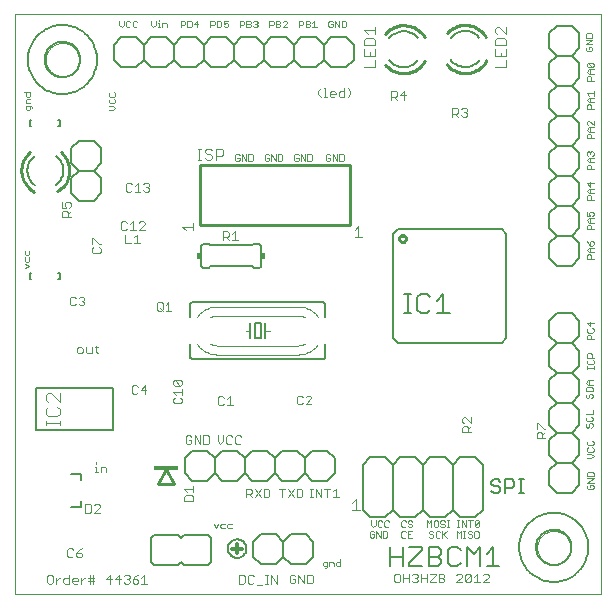
<source format=gto>
G75*
G70*
%OFA0B0*%
%FSLAX24Y24*%
%IPPOS*%
%LPD*%
%AMOC8*
5,1,8,0,0,1.08239X$1,22.5*
%
%ADD10C,0.0000*%
%ADD11C,0.0030*%
%ADD12C,0.0020*%
%ADD13C,0.0060*%
%ADD14R,0.0150X0.0200*%
%ADD15C,0.0100*%
%ADD16R,0.0827X0.0118*%
%ADD17C,0.0040*%
%ADD18C,0.0080*%
%ADD19C,0.0050*%
%ADD20C,0.0120*%
D10*
X000101Y000110D02*
X000101Y019462D01*
X019650Y019462D01*
X019650Y000110D01*
X000101Y000110D01*
X017519Y001681D02*
X017521Y001728D01*
X017527Y001774D01*
X017537Y001820D01*
X017550Y001865D01*
X017568Y001908D01*
X017589Y001950D01*
X017613Y001990D01*
X017641Y002027D01*
X017672Y002062D01*
X017706Y002095D01*
X017742Y002124D01*
X017781Y002150D01*
X017822Y002173D01*
X017865Y002192D01*
X017909Y002208D01*
X017954Y002220D01*
X018000Y002228D01*
X018047Y002232D01*
X018093Y002232D01*
X018140Y002228D01*
X018186Y002220D01*
X018231Y002208D01*
X018275Y002192D01*
X018318Y002173D01*
X018359Y002150D01*
X018398Y002124D01*
X018434Y002095D01*
X018468Y002062D01*
X018499Y002027D01*
X018527Y001990D01*
X018551Y001950D01*
X018572Y001908D01*
X018590Y001865D01*
X018603Y001820D01*
X018613Y001774D01*
X018619Y001728D01*
X018621Y001681D01*
X018619Y001634D01*
X018613Y001588D01*
X018603Y001542D01*
X018590Y001497D01*
X018572Y001454D01*
X018551Y001412D01*
X018527Y001372D01*
X018499Y001335D01*
X018468Y001300D01*
X018434Y001267D01*
X018398Y001238D01*
X018359Y001212D01*
X018318Y001189D01*
X018275Y001170D01*
X018231Y001154D01*
X018186Y001142D01*
X018140Y001134D01*
X018093Y001130D01*
X018047Y001130D01*
X018000Y001134D01*
X017954Y001142D01*
X017909Y001154D01*
X017865Y001170D01*
X017822Y001189D01*
X017781Y001212D01*
X017742Y001238D01*
X017706Y001267D01*
X017672Y001300D01*
X017641Y001335D01*
X017613Y001372D01*
X017589Y001412D01*
X017568Y001454D01*
X017550Y001497D01*
X017537Y001542D01*
X017527Y001588D01*
X017521Y001634D01*
X017519Y001681D01*
X001141Y017941D02*
X001143Y017988D01*
X001149Y018034D01*
X001159Y018080D01*
X001172Y018125D01*
X001190Y018168D01*
X001211Y018210D01*
X001235Y018250D01*
X001263Y018287D01*
X001294Y018322D01*
X001328Y018355D01*
X001364Y018384D01*
X001403Y018410D01*
X001444Y018433D01*
X001487Y018452D01*
X001531Y018468D01*
X001576Y018480D01*
X001622Y018488D01*
X001669Y018492D01*
X001715Y018492D01*
X001762Y018488D01*
X001808Y018480D01*
X001853Y018468D01*
X001897Y018452D01*
X001940Y018433D01*
X001981Y018410D01*
X002020Y018384D01*
X002056Y018355D01*
X002090Y018322D01*
X002121Y018287D01*
X002149Y018250D01*
X002173Y018210D01*
X002194Y018168D01*
X002212Y018125D01*
X002225Y018080D01*
X002235Y018034D01*
X002241Y017988D01*
X002243Y017941D01*
X002241Y017894D01*
X002235Y017848D01*
X002225Y017802D01*
X002212Y017757D01*
X002194Y017714D01*
X002173Y017672D01*
X002149Y017632D01*
X002121Y017595D01*
X002090Y017560D01*
X002056Y017527D01*
X002020Y017498D01*
X001981Y017472D01*
X001940Y017449D01*
X001897Y017430D01*
X001853Y017414D01*
X001808Y017402D01*
X001762Y017394D01*
X001715Y017390D01*
X001669Y017390D01*
X001622Y017394D01*
X001576Y017402D01*
X001531Y017414D01*
X001487Y017430D01*
X001444Y017449D01*
X001403Y017472D01*
X001364Y017498D01*
X001328Y017527D01*
X001294Y017560D01*
X001263Y017595D01*
X001235Y017632D01*
X001211Y017672D01*
X001190Y017714D01*
X001172Y017757D01*
X001159Y017802D01*
X001149Y017848D01*
X001143Y017894D01*
X001141Y017941D01*
D11*
X003854Y013825D02*
X003805Y013777D01*
X003805Y013583D01*
X003854Y013535D01*
X003951Y013535D01*
X003999Y013583D01*
X004100Y013535D02*
X004294Y013535D01*
X004197Y013535D02*
X004197Y013825D01*
X004100Y013728D01*
X003999Y013777D02*
X003951Y013825D01*
X003854Y013825D01*
X004395Y013777D02*
X004443Y013825D01*
X004540Y013825D01*
X004588Y013777D01*
X004588Y013728D01*
X004540Y013680D01*
X004588Y013632D01*
X004588Y013583D01*
X004540Y013535D01*
X004443Y013535D01*
X004395Y013583D01*
X004491Y013680D02*
X004540Y013680D01*
X004380Y012544D02*
X004284Y012544D01*
X004235Y012496D01*
X004380Y012544D02*
X004429Y012496D01*
X004429Y012448D01*
X004235Y012254D01*
X004429Y012254D01*
X004183Y012107D02*
X004183Y011816D01*
X004086Y011816D02*
X004280Y011816D01*
X004086Y012010D02*
X004183Y012107D01*
X004134Y012254D02*
X003941Y012254D01*
X004037Y012254D02*
X004037Y012544D01*
X003941Y012448D01*
X003839Y012496D02*
X003791Y012544D01*
X003694Y012544D01*
X003646Y012496D01*
X003646Y012303D01*
X003694Y012254D01*
X003791Y012254D01*
X003839Y012303D01*
X003792Y012107D02*
X003792Y011816D01*
X003985Y011816D01*
X002969Y011784D02*
X002921Y011784D01*
X002728Y011977D01*
X002679Y011977D01*
X002679Y011784D01*
X002728Y011682D02*
X002679Y011634D01*
X002679Y011537D01*
X002728Y011489D01*
X002921Y011489D01*
X002969Y011537D01*
X002969Y011634D01*
X002921Y011682D01*
X001963Y012707D02*
X001673Y012707D01*
X001673Y012852D01*
X001721Y012900D01*
X001818Y012900D01*
X001866Y012852D01*
X001866Y012707D01*
X001866Y012803D02*
X001963Y012900D01*
X001915Y013001D02*
X001963Y013050D01*
X001963Y013146D01*
X001915Y013195D01*
X001818Y013195D01*
X001770Y013146D01*
X001770Y013098D01*
X001818Y013001D01*
X001673Y013001D01*
X001673Y013195D01*
X001986Y010033D02*
X001938Y009985D01*
X001938Y009792D01*
X001986Y009743D01*
X002083Y009743D01*
X002132Y009792D01*
X002233Y009792D02*
X002281Y009743D01*
X002378Y009743D01*
X002426Y009792D01*
X002426Y009840D01*
X002378Y009888D01*
X002330Y009888D01*
X002378Y009888D02*
X002426Y009937D01*
X002426Y009985D01*
X002378Y010033D01*
X002281Y010033D01*
X002233Y009985D01*
X002132Y009985D02*
X002083Y010033D01*
X001986Y010033D01*
X002228Y008346D02*
X002179Y008298D01*
X002179Y008201D01*
X002228Y008153D01*
X002325Y008153D01*
X002373Y008201D01*
X002373Y008298D01*
X002325Y008346D01*
X002228Y008346D01*
X002474Y008346D02*
X002474Y008201D01*
X002522Y008153D01*
X002668Y008153D01*
X002668Y008346D01*
X002769Y008346D02*
X002865Y008346D01*
X002817Y008395D02*
X002817Y008201D01*
X002865Y008153D01*
X004005Y007037D02*
X004005Y006843D01*
X004054Y006795D01*
X004151Y006795D01*
X004199Y006843D01*
X004300Y006940D02*
X004494Y006940D01*
X004445Y006795D02*
X004445Y007085D01*
X004300Y006940D01*
X004199Y007037D02*
X004151Y007085D01*
X004054Y007085D01*
X004005Y007037D01*
X005385Y007118D02*
X005385Y007215D01*
X005434Y007263D01*
X005627Y007070D01*
X005675Y007118D01*
X005675Y007215D01*
X005627Y007263D01*
X005434Y007263D01*
X005385Y007118D02*
X005434Y007070D01*
X005627Y007070D01*
X005675Y006969D02*
X005675Y006775D01*
X005675Y006872D02*
X005385Y006872D01*
X005482Y006775D01*
X005434Y006674D02*
X005385Y006626D01*
X005385Y006529D01*
X005434Y006481D01*
X005627Y006481D01*
X005675Y006529D01*
X005675Y006626D01*
X005627Y006674D01*
X006879Y006667D02*
X006879Y006473D01*
X006927Y006425D01*
X007024Y006425D01*
X007073Y006473D01*
X007174Y006425D02*
X007367Y006425D01*
X007270Y006425D02*
X007270Y006715D01*
X007174Y006619D01*
X007073Y006667D02*
X007024Y006715D01*
X006927Y006715D01*
X006879Y006667D01*
X006864Y005412D02*
X006864Y005218D01*
X006961Y005121D01*
X007058Y005218D01*
X007058Y005412D01*
X007159Y005363D02*
X007159Y005170D01*
X007207Y005121D01*
X007304Y005121D01*
X007353Y005170D01*
X007454Y005170D02*
X007454Y005363D01*
X007502Y005412D01*
X007599Y005412D01*
X007647Y005363D01*
X007647Y005170D02*
X007599Y005121D01*
X007502Y005121D01*
X007454Y005170D01*
X007353Y005363D02*
X007304Y005412D01*
X007207Y005412D01*
X007159Y005363D01*
X006584Y005363D02*
X006584Y005170D01*
X006536Y005121D01*
X006391Y005121D01*
X006391Y005412D01*
X006536Y005412D01*
X006584Y005363D01*
X006290Y005412D02*
X006290Y005121D01*
X006096Y005412D01*
X006096Y005121D01*
X005995Y005170D02*
X005995Y005267D01*
X005898Y005267D01*
X005801Y005363D02*
X005801Y005170D01*
X005850Y005121D01*
X005947Y005121D01*
X005995Y005170D01*
X005995Y005363D02*
X005947Y005412D01*
X005850Y005412D01*
X005801Y005363D01*
X006051Y003717D02*
X006051Y003524D01*
X006051Y003620D02*
X005761Y003620D01*
X005858Y003524D01*
X005809Y003422D02*
X005761Y003374D01*
X005761Y003229D01*
X006051Y003229D01*
X006051Y003374D01*
X006003Y003422D01*
X005809Y003422D01*
X007809Y003447D02*
X007954Y003447D01*
X008003Y003495D01*
X008003Y003592D01*
X007954Y003640D01*
X007809Y003640D01*
X007809Y003350D01*
X007906Y003447D02*
X008003Y003350D01*
X008104Y003350D02*
X008297Y003640D01*
X008399Y003640D02*
X008399Y003350D01*
X008544Y003350D01*
X008592Y003398D01*
X008592Y003592D01*
X008544Y003640D01*
X008399Y003640D01*
X008104Y003640D02*
X008297Y003350D01*
X008912Y003640D02*
X009105Y003640D01*
X009008Y003640D02*
X009008Y003350D01*
X009206Y003350D02*
X009400Y003640D01*
X009501Y003640D02*
X009646Y003640D01*
X009694Y003592D01*
X009694Y003398D01*
X009646Y003350D01*
X009501Y003350D01*
X009501Y003640D01*
X009206Y003640D02*
X009400Y003350D01*
X009935Y003350D02*
X010032Y003350D01*
X009984Y003350D02*
X009984Y003640D01*
X010032Y003640D02*
X009935Y003640D01*
X010132Y003640D02*
X010132Y003350D01*
X010325Y003350D02*
X010132Y003640D01*
X010325Y003640D02*
X010325Y003350D01*
X010523Y003350D02*
X010523Y003640D01*
X010426Y003640D02*
X010620Y003640D01*
X010721Y003543D02*
X010818Y003640D01*
X010818Y003350D01*
X010914Y003350D02*
X010721Y003350D01*
X011353Y003164D02*
X011476Y003287D01*
X011476Y002917D01*
X011353Y002917D02*
X011599Y002917D01*
X012806Y000800D02*
X012757Y000752D01*
X012757Y000558D01*
X012806Y000510D01*
X012902Y000510D01*
X012951Y000558D01*
X012951Y000752D01*
X012902Y000800D01*
X012806Y000800D01*
X013052Y000800D02*
X013052Y000510D01*
X013052Y000655D02*
X013245Y000655D01*
X013346Y000558D02*
X013395Y000510D01*
X013492Y000510D01*
X013540Y000558D01*
X013540Y000607D01*
X013492Y000655D01*
X013443Y000655D01*
X013492Y000655D02*
X013540Y000704D01*
X013540Y000752D01*
X013492Y000800D01*
X013395Y000800D01*
X013346Y000752D01*
X013245Y000800D02*
X013245Y000510D01*
X013641Y000510D02*
X013641Y000800D01*
X013641Y000655D02*
X013835Y000655D01*
X013936Y000558D02*
X013936Y000510D01*
X014129Y000510D01*
X014230Y000510D02*
X014376Y000510D01*
X014424Y000558D01*
X014424Y000607D01*
X014376Y000655D01*
X014230Y000655D01*
X014129Y000752D02*
X013936Y000558D01*
X013835Y000510D02*
X013835Y000800D01*
X013936Y000800D02*
X014129Y000800D01*
X014129Y000752D01*
X014230Y000800D02*
X014230Y000510D01*
X014376Y000655D02*
X014424Y000704D01*
X014424Y000752D01*
X014376Y000800D01*
X014230Y000800D01*
X014820Y000752D02*
X014868Y000800D01*
X014965Y000800D01*
X015013Y000752D01*
X015013Y000704D01*
X014820Y000510D01*
X015013Y000510D01*
X015114Y000558D02*
X015308Y000752D01*
X015308Y000558D01*
X015259Y000510D01*
X015163Y000510D01*
X015114Y000558D01*
X015114Y000752D01*
X015163Y000800D01*
X015259Y000800D01*
X015308Y000752D01*
X015409Y000704D02*
X015506Y000800D01*
X015506Y000510D01*
X015602Y000510D02*
X015409Y000510D01*
X015704Y000510D02*
X015897Y000704D01*
X015897Y000752D01*
X015849Y000800D01*
X015752Y000800D01*
X015704Y000752D01*
X015704Y000510D02*
X015897Y000510D01*
X017501Y005330D02*
X017501Y005475D01*
X017549Y005524D01*
X017646Y005524D01*
X017694Y005475D01*
X017694Y005330D01*
X017694Y005427D02*
X017791Y005524D01*
X017791Y005625D02*
X017743Y005625D01*
X017549Y005818D01*
X017501Y005818D01*
X017501Y005625D01*
X017501Y005330D02*
X017791Y005330D01*
X015311Y005527D02*
X015021Y005527D01*
X015021Y005672D01*
X015069Y005720D01*
X015166Y005720D01*
X015214Y005672D01*
X015214Y005527D01*
X015214Y005624D02*
X015311Y005720D01*
X015311Y005822D02*
X015117Y006015D01*
X015069Y006015D01*
X015021Y005967D01*
X015021Y005870D01*
X015069Y005822D01*
X015311Y005822D02*
X015311Y006015D01*
X009994Y006451D02*
X009800Y006451D01*
X009994Y006644D01*
X009994Y006692D01*
X009945Y006741D01*
X009848Y006741D01*
X009800Y006692D01*
X009699Y006692D02*
X009651Y006741D01*
X009554Y006741D01*
X009505Y006692D01*
X009505Y006499D01*
X009554Y006451D01*
X009651Y006451D01*
X009699Y006499D01*
X005325Y009570D02*
X005131Y009570D01*
X005228Y009570D02*
X005228Y009860D01*
X005131Y009763D01*
X005030Y009811D02*
X005030Y009618D01*
X004982Y009570D01*
X004885Y009570D01*
X004837Y009618D01*
X004837Y009811D01*
X004885Y009860D01*
X004982Y009860D01*
X005030Y009811D01*
X004933Y009666D02*
X005030Y009570D01*
X007044Y011923D02*
X007044Y012213D01*
X007189Y012213D01*
X007237Y012165D01*
X007237Y012068D01*
X007189Y012020D01*
X007044Y012020D01*
X007140Y012020D02*
X007237Y011923D01*
X007338Y011923D02*
X007532Y011923D01*
X007435Y011923D02*
X007435Y012213D01*
X007338Y012117D01*
X006047Y012247D02*
X006047Y012494D01*
X006047Y012371D02*
X005677Y012371D01*
X005800Y012247D01*
X006197Y014603D02*
X006321Y014603D01*
X006259Y014603D02*
X006259Y014974D01*
X006197Y014974D02*
X006321Y014974D01*
X006443Y014912D02*
X006443Y014850D01*
X006504Y014789D01*
X006628Y014789D01*
X006690Y014727D01*
X006690Y014665D01*
X006628Y014603D01*
X006504Y014603D01*
X006443Y014665D01*
X006443Y014912D02*
X006504Y014974D01*
X006628Y014974D01*
X006690Y014912D01*
X006811Y014974D02*
X006996Y014974D01*
X007058Y014912D01*
X007058Y014789D01*
X006996Y014727D01*
X006811Y014727D01*
X006811Y014603D02*
X006811Y014974D01*
X010213Y016788D02*
X010213Y016885D01*
X010310Y016981D01*
X010410Y016981D02*
X010458Y016981D01*
X010458Y016691D01*
X010410Y016691D02*
X010507Y016691D01*
X010606Y016740D02*
X010606Y016836D01*
X010655Y016885D01*
X010751Y016885D01*
X010800Y016836D01*
X010800Y016788D01*
X010606Y016788D01*
X010606Y016740D02*
X010655Y016691D01*
X010751Y016691D01*
X010901Y016740D02*
X010901Y016836D01*
X010949Y016885D01*
X011094Y016885D01*
X011094Y016981D02*
X011094Y016691D01*
X010949Y016691D01*
X010901Y016740D01*
X011196Y016691D02*
X011292Y016788D01*
X011292Y016885D01*
X011196Y016981D01*
X010310Y016691D02*
X010213Y016788D01*
X012651Y016700D02*
X012796Y016700D01*
X012844Y016749D01*
X012844Y016845D01*
X012796Y016894D01*
X012651Y016894D01*
X012651Y016603D01*
X012747Y016700D02*
X012844Y016603D01*
X012945Y016749D02*
X013139Y016749D01*
X013091Y016894D02*
X013091Y016603D01*
X012945Y016749D02*
X013091Y016894D01*
X014692Y016330D02*
X014692Y016039D01*
X014692Y016136D02*
X014837Y016136D01*
X014885Y016184D01*
X014885Y016281D01*
X014837Y016330D01*
X014692Y016330D01*
X014789Y016136D02*
X014885Y016039D01*
X014986Y016088D02*
X015035Y016039D01*
X015132Y016039D01*
X015180Y016088D01*
X015180Y016136D01*
X015132Y016184D01*
X015083Y016184D01*
X015132Y016184D02*
X015180Y016233D01*
X015180Y016281D01*
X015132Y016330D01*
X015035Y016330D01*
X014986Y016281D01*
X011555Y012382D02*
X011555Y012011D01*
X011678Y012011D02*
X011431Y012011D01*
X011431Y012258D02*
X011555Y012382D01*
X003160Y004322D02*
X003160Y004177D01*
X003160Y004322D02*
X003111Y004370D01*
X002966Y004370D01*
X002966Y004177D01*
X002867Y004177D02*
X002770Y004177D01*
X002818Y004177D02*
X002818Y004370D01*
X002770Y004370D01*
X002818Y004467D02*
X002818Y004515D01*
X002796Y003130D02*
X002748Y003082D01*
X002796Y003130D02*
X002893Y003130D01*
X002941Y003082D01*
X002941Y003033D01*
X002748Y002840D01*
X002941Y002840D01*
X002646Y002888D02*
X002646Y003082D01*
X002598Y003130D01*
X002453Y003130D01*
X002453Y002840D01*
X002598Y002840D01*
X002646Y002888D01*
X002350Y001643D02*
X002253Y001595D01*
X002156Y001498D01*
X002301Y001498D01*
X002350Y001450D01*
X002350Y001401D01*
X002301Y001353D01*
X002205Y001353D01*
X002156Y001401D01*
X002156Y001498D01*
X002055Y001401D02*
X002007Y001353D01*
X001910Y001353D01*
X001862Y001401D01*
X001862Y001595D01*
X001910Y001643D01*
X002007Y001643D01*
X002055Y001595D01*
X001916Y000761D02*
X001916Y000471D01*
X001771Y000471D01*
X001723Y000519D01*
X001723Y000616D01*
X001771Y000664D01*
X001916Y000664D01*
X002018Y000616D02*
X002018Y000519D01*
X002066Y000471D01*
X002163Y000471D01*
X002211Y000567D02*
X002018Y000567D01*
X002018Y000616D02*
X002066Y000664D01*
X002163Y000664D01*
X002211Y000616D01*
X002211Y000567D01*
X002312Y000567D02*
X002409Y000664D01*
X002457Y000664D01*
X002558Y000664D02*
X002703Y000664D01*
X002751Y000664D01*
X002751Y000567D02*
X002558Y000567D01*
X002606Y000471D02*
X002606Y000761D01*
X002703Y000761D02*
X002703Y000471D01*
X002312Y000471D02*
X002312Y000664D01*
X001623Y000664D02*
X001574Y000664D01*
X001477Y000567D01*
X001477Y000471D02*
X001477Y000664D01*
X001376Y000713D02*
X001376Y000519D01*
X001328Y000471D01*
X001231Y000471D01*
X001183Y000519D01*
X001183Y000713D01*
X001231Y000761D01*
X001328Y000761D01*
X001376Y000713D01*
X003147Y000616D02*
X003340Y000616D01*
X003442Y000616D02*
X003635Y000616D01*
X003736Y000713D02*
X003785Y000761D01*
X003881Y000761D01*
X003930Y000713D01*
X003930Y000664D01*
X003881Y000616D01*
X003930Y000567D01*
X003930Y000519D01*
X003881Y000471D01*
X003785Y000471D01*
X003736Y000519D01*
X003833Y000616D02*
X003881Y000616D01*
X004031Y000616D02*
X004031Y000519D01*
X004079Y000471D01*
X004176Y000471D01*
X004224Y000519D01*
X004224Y000567D01*
X004176Y000616D01*
X004031Y000616D01*
X004128Y000713D01*
X004224Y000761D01*
X004326Y000664D02*
X004422Y000761D01*
X004422Y000471D01*
X004326Y000471D02*
X004519Y000471D01*
X003587Y000471D02*
X003587Y000761D01*
X003442Y000616D01*
X003292Y000471D02*
X003292Y000761D01*
X003147Y000616D01*
X007576Y000471D02*
X007721Y000471D01*
X007769Y000519D01*
X007769Y000713D01*
X007721Y000761D01*
X007576Y000761D01*
X007576Y000471D01*
X007871Y000519D02*
X007871Y000713D01*
X007919Y000761D01*
X008016Y000761D01*
X008064Y000713D01*
X008064Y000519D02*
X008016Y000471D01*
X007919Y000471D01*
X007871Y000519D01*
X008165Y000422D02*
X008359Y000422D01*
X008460Y000471D02*
X008557Y000471D01*
X008508Y000471D02*
X008508Y000761D01*
X008460Y000761D02*
X008557Y000761D01*
X008656Y000761D02*
X008850Y000471D01*
X008850Y000761D01*
X008656Y000761D02*
X008656Y000471D01*
X009266Y000524D02*
X009314Y000476D01*
X009411Y000476D01*
X009459Y000524D01*
X009459Y000621D01*
X009363Y000621D01*
X009459Y000718D02*
X009411Y000766D01*
X009314Y000766D01*
X009266Y000718D01*
X009266Y000524D01*
X009561Y000476D02*
X009561Y000766D01*
X009754Y000476D01*
X009754Y000766D01*
X009855Y000766D02*
X010000Y000766D01*
X010049Y000718D01*
X010049Y000524D01*
X010000Y000476D01*
X009855Y000476D01*
X009855Y000766D01*
D12*
X010363Y001098D02*
X010400Y001061D01*
X010510Y001061D01*
X010510Y001025D02*
X010510Y001208D01*
X010400Y001208D01*
X010363Y001171D01*
X010363Y001098D01*
X010437Y000988D02*
X010473Y000988D01*
X010510Y001025D01*
X010584Y001061D02*
X010584Y001208D01*
X010694Y001208D01*
X010731Y001171D01*
X010731Y001061D01*
X010805Y001098D02*
X010805Y001171D01*
X010842Y001208D01*
X010952Y001208D01*
X010952Y001281D02*
X010952Y001061D01*
X010842Y001061D01*
X010805Y001098D01*
X011938Y002043D02*
X011938Y002190D01*
X011975Y002226D01*
X012048Y002226D01*
X012085Y002190D01*
X012085Y002116D02*
X012012Y002116D01*
X012085Y002116D02*
X012085Y002043D01*
X012048Y002006D01*
X011975Y002006D01*
X011938Y002043D01*
X012159Y002006D02*
X012159Y002226D01*
X012306Y002006D01*
X012306Y002226D01*
X012380Y002226D02*
X012380Y002006D01*
X012490Y002006D01*
X012527Y002043D01*
X012527Y002190D01*
X012490Y002226D01*
X012380Y002226D01*
X012315Y002357D02*
X012352Y002393D01*
X012315Y002357D02*
X012242Y002357D01*
X012205Y002393D01*
X012205Y002540D01*
X012242Y002577D01*
X012315Y002577D01*
X012352Y002540D01*
X012426Y002540D02*
X012426Y002393D01*
X012463Y002357D01*
X012536Y002357D01*
X012573Y002393D01*
X012573Y002540D02*
X012536Y002577D01*
X012463Y002577D01*
X012426Y002540D01*
X012131Y002577D02*
X012131Y002430D01*
X012057Y002357D01*
X011984Y002430D01*
X011984Y002577D01*
X012992Y002540D02*
X012992Y002393D01*
X013029Y002357D01*
X013102Y002357D01*
X013139Y002393D01*
X013213Y002393D02*
X013250Y002357D01*
X013323Y002357D01*
X013360Y002393D01*
X013360Y002430D01*
X013323Y002467D01*
X013250Y002467D01*
X013213Y002504D01*
X013213Y002540D01*
X013250Y002577D01*
X013323Y002577D01*
X013360Y002540D01*
X013139Y002540D02*
X013102Y002577D01*
X013029Y002577D01*
X012992Y002540D01*
X013029Y002223D02*
X012992Y002186D01*
X012992Y002039D01*
X013029Y002002D01*
X013102Y002002D01*
X013139Y002039D01*
X013213Y002002D02*
X013360Y002002D01*
X013287Y002113D02*
X013213Y002113D01*
X013139Y002186D02*
X013102Y002223D01*
X013029Y002223D01*
X013213Y002223D02*
X013213Y002002D01*
X013213Y002223D02*
X013360Y002223D01*
X013844Y002357D02*
X013844Y002577D01*
X013918Y002504D01*
X013991Y002577D01*
X013991Y002357D01*
X014065Y002393D02*
X014102Y002357D01*
X014176Y002357D01*
X014212Y002393D01*
X014212Y002540D01*
X014176Y002577D01*
X014102Y002577D01*
X014065Y002540D01*
X014065Y002393D01*
X014023Y002223D02*
X013950Y002223D01*
X013913Y002186D01*
X013913Y002149D01*
X013950Y002113D01*
X014023Y002113D01*
X014060Y002076D01*
X014060Y002039D01*
X014023Y002002D01*
X013950Y002002D01*
X013913Y002039D01*
X014060Y002186D02*
X014023Y002223D01*
X014134Y002186D02*
X014134Y002039D01*
X014171Y002002D01*
X014244Y002002D01*
X014281Y002039D01*
X014355Y002002D02*
X014355Y002223D01*
X014281Y002186D02*
X014244Y002223D01*
X014171Y002223D01*
X014134Y002186D01*
X014355Y002076D02*
X014502Y002223D01*
X014507Y002357D02*
X014581Y002357D01*
X014544Y002357D02*
X014544Y002577D01*
X014507Y002577D02*
X014581Y002577D01*
X014433Y002540D02*
X014396Y002577D01*
X014323Y002577D01*
X014286Y002540D01*
X014286Y002504D01*
X014323Y002467D01*
X014396Y002467D01*
X014433Y002430D01*
X014433Y002393D01*
X014396Y002357D01*
X014323Y002357D01*
X014286Y002393D01*
X014392Y002113D02*
X014502Y002002D01*
X014829Y002002D02*
X014829Y002223D01*
X014902Y002149D01*
X014975Y002223D01*
X014975Y002002D01*
X015050Y002002D02*
X015123Y002002D01*
X015086Y002002D02*
X015086Y002223D01*
X015050Y002223D02*
X015123Y002223D01*
X015197Y002186D02*
X015197Y002149D01*
X015234Y002113D01*
X015307Y002113D01*
X015344Y002076D01*
X015344Y002039D01*
X015307Y002002D01*
X015234Y002002D01*
X015197Y002039D01*
X015197Y002186D02*
X015234Y002223D01*
X015307Y002223D01*
X015344Y002186D01*
X015418Y002186D02*
X015418Y002039D01*
X015455Y002002D01*
X015528Y002002D01*
X015565Y002039D01*
X015565Y002186D01*
X015528Y002223D01*
X015455Y002223D01*
X015418Y002186D01*
X015478Y002361D02*
X015441Y002397D01*
X015588Y002544D01*
X015588Y002397D01*
X015551Y002361D01*
X015478Y002361D01*
X015441Y002397D02*
X015441Y002544D01*
X015478Y002581D01*
X015551Y002581D01*
X015588Y002544D01*
X015367Y002581D02*
X015220Y002581D01*
X015293Y002581D02*
X015293Y002361D01*
X015146Y002361D02*
X015146Y002581D01*
X014999Y002581D02*
X014999Y002361D01*
X014925Y002361D02*
X014852Y002361D01*
X014888Y002361D02*
X014888Y002581D01*
X014852Y002581D02*
X014925Y002581D01*
X014999Y002581D02*
X015146Y002361D01*
X019178Y003657D02*
X019215Y003620D01*
X019362Y003620D01*
X019399Y003657D01*
X019399Y003730D01*
X019362Y003767D01*
X019288Y003767D01*
X019288Y003694D01*
X019215Y003767D02*
X019178Y003730D01*
X019178Y003657D01*
X019178Y003841D02*
X019399Y003988D01*
X019178Y003988D01*
X019178Y004062D02*
X019178Y004172D01*
X019215Y004209D01*
X019362Y004209D01*
X019399Y004172D01*
X019399Y004062D01*
X019178Y004062D01*
X019178Y003841D02*
X019399Y003841D01*
X019325Y004644D02*
X019178Y004644D01*
X019178Y004791D02*
X019325Y004791D01*
X019399Y004717D01*
X019325Y004644D01*
X019362Y004865D02*
X019215Y004865D01*
X019178Y004902D01*
X019178Y004975D01*
X019215Y005012D01*
X019215Y005086D02*
X019362Y005086D01*
X019399Y005123D01*
X019399Y005196D01*
X019362Y005233D01*
X019215Y005233D02*
X019178Y005196D01*
X019178Y005123D01*
X019215Y005086D01*
X019362Y005012D02*
X019399Y004975D01*
X019399Y004902D01*
X019362Y004865D01*
X019326Y005674D02*
X019363Y005711D01*
X019363Y005784D01*
X019326Y005821D01*
X019290Y005821D01*
X019253Y005784D01*
X019253Y005711D01*
X019216Y005674D01*
X019179Y005674D01*
X019143Y005711D01*
X019143Y005784D01*
X019179Y005821D01*
X019179Y005895D02*
X019326Y005895D01*
X019363Y005932D01*
X019363Y006005D01*
X019326Y006042D01*
X019363Y006116D02*
X019143Y006116D01*
X019179Y006042D02*
X019143Y006005D01*
X019143Y005932D01*
X019179Y005895D01*
X019363Y006116D02*
X019363Y006263D01*
X019326Y006658D02*
X019363Y006695D01*
X019363Y006768D01*
X019326Y006805D01*
X019290Y006805D01*
X019253Y006768D01*
X019253Y006695D01*
X019216Y006658D01*
X019179Y006658D01*
X019143Y006695D01*
X019143Y006768D01*
X019179Y006805D01*
X019143Y006879D02*
X019143Y006989D01*
X019179Y007026D01*
X019326Y007026D01*
X019363Y006989D01*
X019363Y006879D01*
X019143Y006879D01*
X019216Y007100D02*
X019143Y007174D01*
X019216Y007247D01*
X019363Y007247D01*
X019253Y007247D02*
X019253Y007100D01*
X019216Y007100D02*
X019363Y007100D01*
X019402Y007637D02*
X019402Y007711D01*
X019402Y007674D02*
X019182Y007674D01*
X019182Y007637D02*
X019182Y007711D01*
X019219Y007785D02*
X019366Y007785D01*
X019402Y007821D01*
X019402Y007895D01*
X019366Y007931D01*
X019402Y008006D02*
X019182Y008006D01*
X019182Y008116D01*
X019219Y008152D01*
X019292Y008152D01*
X019329Y008116D01*
X019329Y008006D01*
X019219Y007931D02*
X019182Y007895D01*
X019182Y007821D01*
X019219Y007785D01*
X019178Y008620D02*
X019178Y008730D01*
X019215Y008767D01*
X019288Y008767D01*
X019325Y008730D01*
X019325Y008620D01*
X019399Y008620D02*
X019178Y008620D01*
X019215Y008841D02*
X019362Y008841D01*
X019399Y008878D01*
X019399Y008951D01*
X019362Y008988D01*
X019288Y009062D02*
X019178Y009172D01*
X019399Y009172D01*
X019288Y009209D02*
X019288Y009062D01*
X019215Y008988D02*
X019178Y008951D01*
X019178Y008878D01*
X019215Y008841D01*
X019178Y011298D02*
X019178Y011408D01*
X019215Y011444D01*
X019288Y011444D01*
X019325Y011408D01*
X019325Y011298D01*
X019399Y011298D02*
X019178Y011298D01*
X019252Y011519D02*
X019178Y011592D01*
X019252Y011665D01*
X019399Y011665D01*
X019362Y011740D02*
X019399Y011776D01*
X019399Y011850D01*
X019362Y011886D01*
X019325Y011886D01*
X019288Y011850D01*
X019288Y011740D01*
X019362Y011740D01*
X019288Y011740D02*
X019215Y011813D01*
X019178Y011886D01*
X019288Y011665D02*
X019288Y011519D01*
X019252Y011519D02*
X019399Y011519D01*
X019399Y012282D02*
X019178Y012282D01*
X019178Y012392D01*
X019215Y012429D01*
X019288Y012429D01*
X019325Y012392D01*
X019325Y012282D01*
X019288Y012503D02*
X019288Y012650D01*
X019252Y012650D02*
X019399Y012650D01*
X019362Y012724D02*
X019399Y012760D01*
X019399Y012834D01*
X019362Y012871D01*
X019288Y012871D01*
X019252Y012834D01*
X019252Y012797D01*
X019288Y012724D01*
X019178Y012724D01*
X019178Y012871D01*
X019252Y012650D02*
X019178Y012576D01*
X019252Y012503D01*
X019399Y012503D01*
X019399Y013266D02*
X019178Y013266D01*
X019178Y013376D01*
X019215Y013413D01*
X019288Y013413D01*
X019325Y013376D01*
X019325Y013266D01*
X019288Y013487D02*
X019288Y013634D01*
X019252Y013634D02*
X019399Y013634D01*
X019288Y013708D02*
X019288Y013855D01*
X019178Y013818D02*
X019399Y013818D01*
X019288Y013708D02*
X019178Y013818D01*
X019252Y013634D02*
X019178Y013560D01*
X019252Y013487D01*
X019399Y013487D01*
X019399Y014290D02*
X019178Y014290D01*
X019178Y014400D01*
X019215Y014436D01*
X019288Y014436D01*
X019325Y014400D01*
X019325Y014290D01*
X019288Y014511D02*
X019288Y014657D01*
X019252Y014657D02*
X019399Y014657D01*
X019362Y014732D02*
X019399Y014768D01*
X019399Y014842D01*
X019362Y014878D01*
X019325Y014878D01*
X019288Y014842D01*
X019288Y014805D01*
X019288Y014842D02*
X019252Y014878D01*
X019215Y014878D01*
X019178Y014842D01*
X019178Y014768D01*
X019215Y014732D01*
X019252Y014657D02*
X019178Y014584D01*
X019252Y014511D01*
X019399Y014511D01*
X019399Y015313D02*
X019178Y015313D01*
X019178Y015423D01*
X019215Y015460D01*
X019288Y015460D01*
X019325Y015423D01*
X019325Y015313D01*
X019288Y015534D02*
X019288Y015681D01*
X019252Y015681D02*
X019399Y015681D01*
X019399Y015755D02*
X019252Y015902D01*
X019215Y015902D01*
X019178Y015865D01*
X019178Y015792D01*
X019215Y015755D01*
X019252Y015681D02*
X019178Y015608D01*
X019252Y015534D01*
X019399Y015534D01*
X019399Y015755D02*
X019399Y015902D01*
X019399Y016298D02*
X019178Y016298D01*
X019178Y016408D01*
X019215Y016444D01*
X019288Y016444D01*
X019325Y016408D01*
X019325Y016298D01*
X019288Y016519D02*
X019288Y016665D01*
X019252Y016665D02*
X019399Y016665D01*
X019399Y016740D02*
X019399Y016886D01*
X019399Y016813D02*
X019178Y016813D01*
X019252Y016740D01*
X019252Y016665D02*
X019178Y016592D01*
X019252Y016519D01*
X019399Y016519D01*
X019399Y017242D02*
X019178Y017242D01*
X019178Y017353D01*
X019215Y017389D01*
X019288Y017389D01*
X019325Y017353D01*
X019325Y017242D01*
X019288Y017463D02*
X019288Y017610D01*
X019252Y017610D02*
X019399Y017610D01*
X019362Y017684D02*
X019215Y017684D01*
X019178Y017721D01*
X019178Y017794D01*
X019215Y017831D01*
X019362Y017684D01*
X019399Y017721D01*
X019399Y017794D01*
X019362Y017831D01*
X019215Y017831D01*
X019252Y017610D02*
X019178Y017537D01*
X019252Y017463D01*
X019399Y017463D01*
X019322Y018227D02*
X019176Y018227D01*
X019139Y018263D01*
X019139Y018337D01*
X019176Y018373D01*
X019249Y018373D02*
X019249Y018300D01*
X019249Y018373D02*
X019322Y018373D01*
X019359Y018337D01*
X019359Y018263D01*
X019322Y018227D01*
X019359Y018448D02*
X019139Y018448D01*
X019359Y018594D01*
X019139Y018594D01*
X019139Y018669D02*
X019139Y018779D01*
X019176Y018815D01*
X019322Y018815D01*
X019359Y018779D01*
X019359Y018669D01*
X019139Y018669D01*
X011149Y019051D02*
X011149Y019198D01*
X011112Y019234D01*
X011002Y019234D01*
X011002Y019014D01*
X011112Y019014D01*
X011149Y019051D01*
X010928Y019014D02*
X010928Y019234D01*
X010781Y019234D02*
X010928Y019014D01*
X010781Y019014D02*
X010781Y019234D01*
X010707Y019198D02*
X010670Y019234D01*
X010597Y019234D01*
X010560Y019198D01*
X010560Y019051D01*
X010597Y019014D01*
X010670Y019014D01*
X010707Y019051D01*
X010707Y019124D01*
X010634Y019124D01*
X010165Y019014D02*
X010018Y019014D01*
X010091Y019014D02*
X010091Y019234D01*
X010018Y019161D01*
X009944Y019161D02*
X009907Y019124D01*
X009797Y019124D01*
X009723Y019124D02*
X009686Y019087D01*
X009576Y019087D01*
X009576Y019014D02*
X009576Y019234D01*
X009686Y019234D01*
X009723Y019198D01*
X009723Y019124D01*
X009797Y019014D02*
X009797Y019234D01*
X009907Y019234D01*
X009944Y019198D01*
X009944Y019161D01*
X009907Y019124D02*
X009944Y019087D01*
X009944Y019051D01*
X009907Y019014D01*
X009797Y019014D01*
X009180Y019014D02*
X009034Y019014D01*
X009180Y019161D01*
X009180Y019198D01*
X009144Y019234D01*
X009070Y019234D01*
X009034Y019198D01*
X008959Y019198D02*
X008959Y019161D01*
X008923Y019124D01*
X008813Y019124D01*
X008739Y019124D02*
X008702Y019087D01*
X008592Y019087D01*
X008592Y019014D02*
X008592Y019234D01*
X008702Y019234D01*
X008739Y019198D01*
X008739Y019124D01*
X008813Y019014D02*
X008813Y019234D01*
X008923Y019234D01*
X008959Y019198D01*
X008923Y019124D02*
X008959Y019087D01*
X008959Y019051D01*
X008923Y019014D01*
X008813Y019014D01*
X008196Y019051D02*
X008160Y019014D01*
X008086Y019014D01*
X008049Y019051D01*
X007975Y019051D02*
X007939Y019014D01*
X007828Y019014D01*
X007828Y019234D01*
X007939Y019234D01*
X007975Y019198D01*
X007975Y019161D01*
X007939Y019124D01*
X007828Y019124D01*
X007754Y019124D02*
X007718Y019087D01*
X007607Y019087D01*
X007607Y019014D02*
X007607Y019234D01*
X007718Y019234D01*
X007754Y019198D01*
X007754Y019124D01*
X007939Y019124D02*
X007975Y019087D01*
X007975Y019051D01*
X008049Y019198D02*
X008086Y019234D01*
X008160Y019234D01*
X008196Y019198D01*
X008196Y019161D01*
X008160Y019124D01*
X008196Y019087D01*
X008196Y019051D01*
X008160Y019124D02*
X008123Y019124D01*
X007212Y019124D02*
X007212Y019051D01*
X007175Y019014D01*
X007102Y019014D01*
X007065Y019051D01*
X007065Y019124D02*
X007139Y019161D01*
X007175Y019161D01*
X007212Y019124D01*
X007212Y019234D02*
X007065Y019234D01*
X007065Y019124D01*
X006991Y019051D02*
X006991Y019198D01*
X006954Y019234D01*
X006844Y019234D01*
X006844Y019014D01*
X006954Y019014D01*
X006991Y019051D01*
X006770Y019124D02*
X006733Y019087D01*
X006623Y019087D01*
X006623Y019014D02*
X006623Y019234D01*
X006733Y019234D01*
X006770Y019198D01*
X006770Y019124D01*
X006228Y019124D02*
X006081Y019124D01*
X006191Y019234D01*
X006191Y019014D01*
X006007Y019051D02*
X006007Y019198D01*
X005970Y019234D01*
X005860Y019234D01*
X005860Y019014D01*
X005970Y019014D01*
X006007Y019051D01*
X005786Y019124D02*
X005749Y019087D01*
X005639Y019087D01*
X005639Y019014D02*
X005639Y019234D01*
X005749Y019234D01*
X005786Y019198D01*
X005786Y019124D01*
X005170Y019124D02*
X005170Y019014D01*
X005170Y019124D02*
X005133Y019161D01*
X005023Y019161D01*
X005023Y019014D01*
X004949Y019014D02*
X004876Y019014D01*
X004912Y019014D02*
X004912Y019161D01*
X004876Y019161D01*
X004912Y019234D02*
X004912Y019271D01*
X004801Y019234D02*
X004801Y019087D01*
X004728Y019014D01*
X004655Y019087D01*
X004655Y019234D01*
X004180Y019198D02*
X004144Y019234D01*
X004070Y019234D01*
X004034Y019198D01*
X004034Y019051D01*
X004070Y019014D01*
X004144Y019014D01*
X004180Y019051D01*
X003959Y019051D02*
X003923Y019014D01*
X003849Y019014D01*
X003813Y019051D01*
X003813Y019198D01*
X003849Y019234D01*
X003923Y019234D01*
X003959Y019198D01*
X003739Y019234D02*
X003739Y019087D01*
X003665Y019014D01*
X003592Y019087D01*
X003592Y019234D01*
X003417Y016847D02*
X003454Y016810D01*
X003454Y016737D01*
X003417Y016700D01*
X003270Y016700D01*
X003233Y016737D01*
X003233Y016810D01*
X003270Y016847D01*
X003270Y016626D02*
X003233Y016589D01*
X003233Y016516D01*
X003270Y016479D01*
X003417Y016479D01*
X003454Y016516D01*
X003454Y016589D01*
X003417Y016626D01*
X003380Y016405D02*
X003233Y016405D01*
X003233Y016258D02*
X003380Y016258D01*
X003454Y016332D01*
X003380Y016405D01*
X000692Y016368D02*
X000656Y016405D01*
X000472Y016405D01*
X000472Y016295D01*
X000509Y016258D01*
X000582Y016258D01*
X000619Y016295D01*
X000619Y016405D01*
X000619Y016479D02*
X000472Y016479D01*
X000472Y016589D01*
X000509Y016626D01*
X000619Y016626D01*
X000582Y016700D02*
X000509Y016700D01*
X000472Y016737D01*
X000472Y016847D01*
X000399Y016847D02*
X000619Y016847D01*
X000619Y016737D01*
X000582Y016700D01*
X000692Y016368D02*
X000692Y016332D01*
X000580Y011571D02*
X000580Y011461D01*
X000543Y011425D01*
X000470Y011425D01*
X000433Y011461D01*
X000433Y011571D01*
X000433Y011350D02*
X000433Y011240D01*
X000470Y011204D01*
X000543Y011204D01*
X000580Y011240D01*
X000580Y011350D01*
X000433Y011129D02*
X000580Y011056D01*
X000433Y010983D01*
X006846Y009709D02*
X009546Y009709D01*
X009546Y009409D02*
X006846Y009409D01*
X006846Y009709D02*
X006790Y009707D01*
X006735Y009701D01*
X006680Y009692D01*
X006626Y009678D01*
X006573Y009661D01*
X006522Y009640D01*
X006472Y009616D01*
X006424Y009588D01*
X006377Y009557D01*
X006333Y009523D01*
X006292Y009486D01*
X006253Y009446D01*
X006217Y009404D01*
X006185Y009359D01*
X006628Y008459D02*
X006662Y008444D01*
X006698Y008431D01*
X006734Y008422D01*
X006771Y008415D01*
X006808Y008410D01*
X006846Y008409D01*
X009546Y008409D01*
X009546Y008109D02*
X006846Y008109D01*
X006628Y009359D02*
X006662Y009374D01*
X006698Y009387D01*
X006734Y009396D01*
X006771Y009403D01*
X006808Y009408D01*
X006846Y009409D01*
X006185Y008459D02*
X006217Y008414D01*
X006253Y008372D01*
X006292Y008332D01*
X006334Y008295D01*
X006377Y008261D01*
X006424Y008230D01*
X006472Y008202D01*
X006522Y008178D01*
X006573Y008157D01*
X006626Y008140D01*
X006680Y008126D01*
X006735Y008117D01*
X006790Y008111D01*
X006846Y008109D01*
X007796Y008909D02*
X007946Y008909D01*
X008446Y008909D02*
X008596Y008909D01*
X009546Y008109D02*
X009602Y008111D01*
X009657Y008117D01*
X009712Y008126D01*
X009766Y008140D01*
X009819Y008157D01*
X009870Y008178D01*
X009920Y008202D01*
X009968Y008230D01*
X010015Y008261D01*
X010059Y008295D01*
X010100Y008332D01*
X010139Y008372D01*
X010175Y008414D01*
X010207Y008459D01*
X009764Y008459D02*
X009730Y008444D01*
X009694Y008431D01*
X009658Y008422D01*
X009621Y008415D01*
X009584Y008410D01*
X009546Y008409D01*
X009764Y009359D02*
X009730Y009374D01*
X009694Y009387D01*
X009658Y009396D01*
X009621Y009403D01*
X009584Y009408D01*
X009546Y009409D01*
X009546Y009709D02*
X009602Y009707D01*
X009657Y009701D01*
X009712Y009692D01*
X009766Y009678D01*
X009819Y009661D01*
X009870Y009640D01*
X009920Y009616D01*
X009968Y009588D01*
X010015Y009557D01*
X010058Y009523D01*
X010100Y009486D01*
X010139Y009446D01*
X010175Y009404D01*
X010207Y009359D01*
X009971Y014565D02*
X009860Y014565D01*
X009860Y014785D01*
X009971Y014785D01*
X010007Y014749D01*
X010007Y014602D01*
X009971Y014565D01*
X009786Y014565D02*
X009786Y014785D01*
X009639Y014785D02*
X009639Y014565D01*
X009565Y014602D02*
X009565Y014675D01*
X009492Y014675D01*
X009565Y014602D02*
X009529Y014565D01*
X009455Y014565D01*
X009419Y014602D01*
X009419Y014749D01*
X009455Y014785D01*
X009529Y014785D01*
X009565Y014749D01*
X009639Y014785D02*
X009786Y014565D01*
X010481Y014602D02*
X010518Y014565D01*
X010592Y014565D01*
X010628Y014602D01*
X010628Y014675D01*
X010555Y014675D01*
X010481Y014602D02*
X010481Y014749D01*
X010518Y014785D01*
X010592Y014785D01*
X010628Y014749D01*
X010702Y014785D02*
X010849Y014565D01*
X010849Y014785D01*
X010923Y014785D02*
X011034Y014785D01*
X011070Y014749D01*
X011070Y014602D01*
X011034Y014565D01*
X010923Y014565D01*
X010923Y014785D01*
X010702Y014785D02*
X010702Y014565D01*
X009023Y014602D02*
X009023Y014749D01*
X008986Y014785D01*
X008876Y014785D01*
X008876Y014565D01*
X008986Y014565D01*
X009023Y014602D01*
X008802Y014565D02*
X008802Y014785D01*
X008655Y014785D02*
X008655Y014565D01*
X008581Y014602D02*
X008581Y014675D01*
X008508Y014675D01*
X008581Y014602D02*
X008544Y014565D01*
X008471Y014565D01*
X008434Y014602D01*
X008434Y014749D01*
X008471Y014785D01*
X008544Y014785D01*
X008581Y014749D01*
X008655Y014785D02*
X008802Y014565D01*
X008039Y014602D02*
X008039Y014749D01*
X008002Y014785D01*
X007892Y014785D01*
X007892Y014565D01*
X008002Y014565D01*
X008039Y014602D01*
X007818Y014565D02*
X007818Y014785D01*
X007671Y014785D02*
X007671Y014565D01*
X007597Y014602D02*
X007597Y014675D01*
X007523Y014675D01*
X007450Y014602D02*
X007487Y014565D01*
X007560Y014565D01*
X007597Y014602D01*
X007597Y014749D02*
X007560Y014785D01*
X007487Y014785D01*
X007450Y014749D01*
X007450Y014602D01*
X007671Y014785D02*
X007818Y014565D01*
X007330Y002468D02*
X007220Y002468D01*
X007183Y002431D01*
X007183Y002358D01*
X007220Y002321D01*
X007330Y002321D01*
X007109Y002321D02*
X006999Y002321D01*
X006962Y002358D01*
X006962Y002431D01*
X006999Y002468D01*
X007109Y002468D01*
X006888Y002468D02*
X006815Y002321D01*
X006741Y002468D01*
D13*
X006529Y002103D02*
X006629Y002003D01*
X006629Y001203D01*
X006529Y001103D01*
X005729Y001103D01*
X005629Y001203D01*
X005529Y001103D01*
X004729Y001103D01*
X004629Y001203D01*
X004629Y002003D01*
X004729Y002103D01*
X005529Y002103D01*
X005629Y002003D01*
X005729Y002103D01*
X006529Y002103D01*
X008060Y001872D02*
X008060Y001372D01*
X008310Y001122D01*
X008810Y001122D01*
X009060Y001372D01*
X009310Y001122D01*
X009810Y001122D01*
X010060Y001372D01*
X010060Y001872D01*
X009810Y002122D01*
X009310Y002122D01*
X009060Y001872D01*
X009060Y001372D01*
X009060Y001872D02*
X008810Y002122D01*
X008310Y002122D01*
X008060Y001872D01*
X008017Y003898D02*
X007767Y004148D01*
X007517Y003898D01*
X007017Y003898D01*
X006767Y004148D01*
X006517Y003898D01*
X006017Y003898D01*
X005767Y004148D01*
X005767Y004648D01*
X006017Y004898D01*
X006517Y004898D01*
X006767Y004648D01*
X007017Y004898D01*
X007517Y004898D01*
X007767Y004648D01*
X008017Y004898D01*
X008517Y004898D01*
X008767Y004648D01*
X009017Y004898D01*
X009517Y004898D01*
X009767Y004648D01*
X010017Y004898D01*
X010517Y004898D01*
X010767Y004648D01*
X010767Y004148D01*
X010517Y003898D01*
X010017Y003898D01*
X009767Y004148D01*
X009517Y003898D01*
X009017Y003898D01*
X008767Y004148D01*
X008767Y004648D01*
X008767Y004148D02*
X008517Y003898D01*
X008017Y003898D01*
X007767Y004148D02*
X007767Y004648D01*
X006767Y004648D02*
X006767Y004148D01*
X009767Y004148D02*
X009767Y004648D01*
X011700Y004439D02*
X011700Y002939D01*
X011950Y002689D01*
X012450Y002689D01*
X012700Y002939D01*
X012700Y004439D01*
X012950Y004689D01*
X013450Y004689D01*
X013700Y004439D01*
X013700Y002939D01*
X013950Y002689D01*
X014450Y002689D01*
X014700Y002939D01*
X014950Y002689D01*
X015450Y002689D01*
X015700Y002939D01*
X015700Y004439D01*
X015450Y004689D01*
X014950Y004689D01*
X014700Y004439D01*
X014700Y002939D01*
X013700Y002939D02*
X013450Y002689D01*
X012950Y002689D01*
X012700Y002939D01*
X012607Y001684D02*
X012607Y001044D01*
X012607Y001364D02*
X013034Y001364D01*
X013252Y001150D02*
X013252Y001044D01*
X013679Y001044D01*
X013896Y001044D02*
X014216Y001044D01*
X014323Y001150D01*
X014323Y001257D01*
X014216Y001364D01*
X013896Y001364D01*
X013896Y001044D02*
X013896Y001684D01*
X014216Y001684D01*
X014323Y001577D01*
X014323Y001471D01*
X014216Y001364D01*
X014541Y001577D02*
X014541Y001150D01*
X014647Y001044D01*
X014861Y001044D01*
X014968Y001150D01*
X015185Y001044D02*
X015185Y001684D01*
X015399Y001471D01*
X015612Y001684D01*
X015612Y001044D01*
X015830Y001044D02*
X016257Y001044D01*
X016043Y001044D02*
X016043Y001684D01*
X015830Y001471D01*
X014968Y001577D02*
X014861Y001684D01*
X014647Y001684D01*
X014541Y001577D01*
X013679Y001577D02*
X013252Y001150D01*
X013034Y001044D02*
X013034Y001684D01*
X013252Y001684D02*
X013679Y001684D01*
X013679Y001577D01*
X013700Y004439D02*
X013950Y004689D01*
X014450Y004689D01*
X014700Y004439D01*
X012700Y004439D02*
X012450Y004689D01*
X011950Y004689D01*
X011700Y004439D01*
X010346Y007959D02*
X006046Y007959D01*
X006029Y007961D01*
X006012Y007965D01*
X005996Y007972D01*
X005982Y007982D01*
X005969Y007995D01*
X005959Y008009D01*
X005952Y008025D01*
X005948Y008042D01*
X005946Y008059D01*
X005946Y008459D01*
X005946Y009359D02*
X005946Y009759D01*
X005948Y009776D01*
X005952Y009793D01*
X005959Y009809D01*
X005969Y009823D01*
X005982Y009836D01*
X005996Y009846D01*
X006012Y009853D01*
X006029Y009857D01*
X006046Y009859D01*
X010346Y009859D01*
X010363Y009857D01*
X010380Y009853D01*
X010396Y009846D01*
X010410Y009836D01*
X010423Y009823D01*
X010433Y009809D01*
X010440Y009793D01*
X010444Y009776D01*
X010446Y009759D01*
X010446Y009359D01*
X010446Y008459D02*
X010446Y008059D01*
X010444Y008042D01*
X010440Y008025D01*
X010433Y008009D01*
X010423Y007995D01*
X010410Y007982D01*
X010396Y007972D01*
X010380Y007965D01*
X010363Y007961D01*
X010346Y007959D01*
X008446Y008659D02*
X008446Y008909D01*
X008446Y009159D01*
X008296Y009159D02*
X008096Y009159D01*
X008096Y008659D01*
X008296Y008659D01*
X008296Y009159D01*
X007946Y009159D02*
X007946Y008909D01*
X007946Y008659D01*
X008070Y010998D02*
X008220Y010998D01*
X008237Y011000D01*
X008254Y011004D01*
X008270Y011011D01*
X008284Y011021D01*
X008297Y011034D01*
X008307Y011048D01*
X008314Y011064D01*
X008318Y011081D01*
X008320Y011098D01*
X008320Y011698D01*
X008318Y011715D01*
X008314Y011732D01*
X008307Y011748D01*
X008297Y011762D01*
X008284Y011775D01*
X008270Y011785D01*
X008254Y011792D01*
X008237Y011796D01*
X008220Y011798D01*
X008070Y011798D01*
X008020Y011748D01*
X006620Y011748D01*
X006570Y011798D01*
X006420Y011798D01*
X006403Y011796D01*
X006386Y011792D01*
X006370Y011785D01*
X006356Y011775D01*
X006343Y011762D01*
X006333Y011748D01*
X006326Y011732D01*
X006322Y011715D01*
X006320Y011698D01*
X006320Y011098D01*
X006322Y011081D01*
X006326Y011064D01*
X006333Y011048D01*
X006343Y011034D01*
X006356Y011021D01*
X006370Y011011D01*
X006386Y011004D01*
X006403Y011000D01*
X006420Y010998D01*
X006570Y010998D01*
X006620Y011048D01*
X008020Y011048D01*
X008070Y010998D01*
X013095Y010117D02*
X013309Y010117D01*
X013202Y010117D02*
X013202Y009476D01*
X013095Y009476D02*
X013309Y009476D01*
X013525Y009583D02*
X013632Y009476D01*
X013845Y009476D01*
X013952Y009583D01*
X014169Y009476D02*
X014596Y009476D01*
X014383Y009476D02*
X014383Y010117D01*
X014169Y009903D01*
X013952Y010010D02*
X013845Y010117D01*
X013632Y010117D01*
X013525Y010010D01*
X013525Y009583D01*
X017924Y009242D02*
X017924Y008742D01*
X018174Y008492D01*
X017924Y008242D01*
X017924Y007742D01*
X018174Y007492D01*
X018674Y007492D01*
X018924Y007742D01*
X018924Y008242D01*
X018674Y008492D01*
X018174Y008492D01*
X018674Y008492D02*
X018924Y008742D01*
X018924Y009242D01*
X018674Y009492D01*
X018174Y009492D01*
X017924Y009242D01*
X018174Y007500D02*
X017924Y007250D01*
X017924Y006750D01*
X018174Y006500D01*
X017924Y006250D01*
X017924Y005750D01*
X018174Y005500D01*
X018674Y005500D01*
X018924Y005750D01*
X018924Y006250D01*
X018674Y006500D01*
X018174Y006500D01*
X018674Y006500D02*
X018924Y006750D01*
X018924Y007250D01*
X018674Y007500D01*
X018174Y007500D01*
X018174Y005500D02*
X017924Y005250D01*
X017924Y004750D01*
X018174Y004500D01*
X017924Y004250D01*
X017924Y003750D01*
X018174Y003500D01*
X018674Y003500D01*
X018924Y003750D01*
X018924Y004250D01*
X018674Y004500D01*
X018174Y004500D01*
X018674Y004500D02*
X018924Y004750D01*
X018924Y005250D01*
X018674Y005500D01*
X016920Y001681D02*
X016922Y001748D01*
X016928Y001816D01*
X016938Y001883D01*
X016952Y001949D01*
X016969Y002014D01*
X016991Y002078D01*
X017016Y002141D01*
X017045Y002202D01*
X017077Y002261D01*
X017113Y002318D01*
X017152Y002373D01*
X017194Y002426D01*
X017239Y002476D01*
X017287Y002523D01*
X017338Y002568D01*
X017391Y002609D01*
X017447Y002648D01*
X017505Y002683D01*
X017565Y002714D01*
X017626Y002742D01*
X017689Y002766D01*
X017753Y002787D01*
X017819Y002803D01*
X017885Y002816D01*
X017952Y002825D01*
X018019Y002830D01*
X018087Y002831D01*
X018154Y002828D01*
X018221Y002821D01*
X018288Y002810D01*
X018354Y002795D01*
X018419Y002777D01*
X018483Y002754D01*
X018545Y002728D01*
X018606Y002699D01*
X018664Y002665D01*
X018721Y002629D01*
X018776Y002589D01*
X018828Y002546D01*
X018877Y002500D01*
X018924Y002451D01*
X018968Y002400D01*
X019008Y002346D01*
X019046Y002290D01*
X019080Y002231D01*
X019110Y002171D01*
X019137Y002109D01*
X019161Y002046D01*
X019180Y001981D01*
X019196Y001916D01*
X019208Y001849D01*
X019216Y001782D01*
X019220Y001715D01*
X019220Y001647D01*
X019216Y001580D01*
X019208Y001513D01*
X019196Y001446D01*
X019180Y001381D01*
X019161Y001316D01*
X019137Y001253D01*
X019110Y001191D01*
X019080Y001131D01*
X019046Y001072D01*
X019008Y001016D01*
X018968Y000962D01*
X018924Y000911D01*
X018877Y000862D01*
X018828Y000816D01*
X018776Y000773D01*
X018721Y000733D01*
X018664Y000697D01*
X018606Y000663D01*
X018545Y000634D01*
X018483Y000608D01*
X018419Y000585D01*
X018354Y000567D01*
X018288Y000552D01*
X018221Y000541D01*
X018154Y000534D01*
X018087Y000531D01*
X018019Y000532D01*
X017952Y000537D01*
X017885Y000546D01*
X017819Y000559D01*
X017753Y000575D01*
X017689Y000596D01*
X017626Y000620D01*
X017565Y000648D01*
X017505Y000679D01*
X017447Y000714D01*
X017391Y000753D01*
X017338Y000794D01*
X017287Y000839D01*
X017239Y000886D01*
X017194Y000936D01*
X017152Y000989D01*
X017113Y001044D01*
X017077Y001101D01*
X017045Y001160D01*
X017016Y001221D01*
X016991Y001284D01*
X016969Y001348D01*
X016952Y001413D01*
X016938Y001479D01*
X016928Y001546D01*
X016922Y001614D01*
X016920Y001681D01*
X018174Y011067D02*
X017924Y011317D01*
X017924Y011817D01*
X018174Y012067D01*
X017924Y012317D01*
X017924Y012817D01*
X018174Y013067D01*
X018674Y013067D01*
X018924Y012817D01*
X018924Y012317D01*
X018674Y012067D01*
X018924Y011817D01*
X018924Y011317D01*
X018674Y011067D01*
X018174Y011067D01*
X018174Y012067D02*
X018674Y012067D01*
X018674Y013067D02*
X018924Y013317D01*
X018924Y013817D01*
X018674Y014067D01*
X018924Y014317D01*
X018924Y014817D01*
X018674Y015067D01*
X018924Y015317D01*
X018924Y015817D01*
X018674Y016067D01*
X018174Y016067D01*
X017924Y015817D01*
X017924Y015317D01*
X018174Y015067D01*
X018674Y015067D01*
X018174Y015067D02*
X017924Y014817D01*
X017924Y014317D01*
X018174Y014067D01*
X018674Y014067D01*
X018174Y014067D02*
X017924Y013817D01*
X017924Y013317D01*
X018174Y013067D01*
X018174Y016067D02*
X017924Y016317D01*
X017924Y016817D01*
X018174Y017067D01*
X017924Y017317D01*
X017924Y017817D01*
X018174Y018067D01*
X017924Y018317D01*
X017924Y018817D01*
X018174Y019067D01*
X018674Y019067D01*
X018924Y018817D01*
X018924Y018317D01*
X018674Y018067D01*
X018924Y017817D01*
X018924Y017317D01*
X018674Y017067D01*
X018924Y016817D01*
X018924Y016317D01*
X018674Y016067D01*
X018674Y017067D02*
X018174Y017067D01*
X018174Y018067D02*
X018674Y018067D01*
X015592Y018661D02*
X015562Y018696D01*
X015531Y018729D01*
X015496Y018759D01*
X015460Y018786D01*
X015422Y018810D01*
X015382Y018832D01*
X015340Y018850D01*
X015297Y018866D01*
X015253Y018878D01*
X015209Y018886D01*
X015163Y018891D01*
X015118Y018893D01*
X015073Y018891D01*
X015027Y018886D01*
X014983Y018878D01*
X014939Y018866D01*
X014896Y018850D01*
X014854Y018832D01*
X014814Y018810D01*
X014776Y018786D01*
X014740Y018759D01*
X014705Y018729D01*
X014674Y018696D01*
X014644Y018661D01*
X015118Y017693D02*
X015164Y017695D01*
X015210Y017700D01*
X015256Y017709D01*
X015301Y017721D01*
X015344Y017737D01*
X015386Y017756D01*
X015427Y017779D01*
X015466Y017804D01*
X015502Y017832D01*
X015537Y017863D01*
X015569Y017897D01*
X015598Y017933D01*
X015118Y017693D02*
X015071Y017695D01*
X015023Y017701D01*
X014977Y017710D01*
X014931Y017723D01*
X014887Y017739D01*
X014843Y017759D01*
X014802Y017783D01*
X014763Y017809D01*
X014726Y017839D01*
X014691Y017872D01*
X014659Y017907D01*
X014630Y017944D01*
X013543Y018651D02*
X013513Y018686D01*
X013482Y018719D01*
X013447Y018749D01*
X013411Y018776D01*
X013373Y018800D01*
X013333Y018822D01*
X013291Y018840D01*
X013248Y018856D01*
X013204Y018868D01*
X013160Y018876D01*
X013114Y018881D01*
X013069Y018883D01*
X013024Y018881D01*
X012978Y018876D01*
X012934Y018868D01*
X012890Y018856D01*
X012847Y018840D01*
X012805Y018822D01*
X012765Y018800D01*
X012727Y018776D01*
X012691Y018749D01*
X012656Y018719D01*
X012625Y018686D01*
X012595Y018651D01*
X013069Y017683D02*
X013115Y017685D01*
X013161Y017690D01*
X013207Y017699D01*
X013252Y017711D01*
X013295Y017727D01*
X013337Y017746D01*
X013378Y017769D01*
X013417Y017794D01*
X013453Y017822D01*
X013488Y017853D01*
X013520Y017887D01*
X013549Y017923D01*
X013069Y017683D02*
X013022Y017685D01*
X012974Y017691D01*
X012928Y017700D01*
X012882Y017713D01*
X012838Y017729D01*
X012794Y017749D01*
X012753Y017773D01*
X012714Y017799D01*
X012677Y017829D01*
X012642Y017862D01*
X012610Y017897D01*
X012581Y017934D01*
X011401Y017927D02*
X011151Y017677D01*
X010651Y017677D01*
X010401Y017927D01*
X010151Y017677D01*
X009651Y017677D01*
X009401Y017927D01*
X009401Y018427D01*
X009651Y018677D01*
X010151Y018677D01*
X010401Y018427D01*
X010651Y018677D01*
X011151Y018677D01*
X011401Y018427D01*
X011401Y017927D01*
X010401Y017927D02*
X010401Y018427D01*
X009401Y018427D02*
X009151Y018677D01*
X008651Y018677D01*
X008401Y018427D01*
X008151Y018677D01*
X007651Y018677D01*
X007401Y018427D01*
X007151Y018677D01*
X006651Y018677D01*
X006401Y018427D01*
X006401Y017927D01*
X006651Y017677D01*
X007151Y017677D01*
X007401Y017927D01*
X007401Y018427D01*
X007401Y017927D02*
X007651Y017677D01*
X008151Y017677D01*
X008401Y017927D01*
X008401Y018427D01*
X008401Y017927D02*
X008651Y017677D01*
X009151Y017677D01*
X009401Y017927D01*
X006401Y017927D02*
X006151Y017677D01*
X005651Y017677D01*
X005401Y017927D01*
X005151Y017677D01*
X004651Y017677D01*
X004401Y017927D01*
X004151Y017677D01*
X003651Y017677D01*
X003401Y017927D01*
X003401Y018427D01*
X003651Y018677D01*
X004151Y018677D01*
X004401Y018427D01*
X004651Y018677D01*
X005151Y018677D01*
X005401Y018427D01*
X005651Y018677D01*
X006151Y018677D01*
X006401Y018427D01*
X005401Y018427D02*
X005401Y017927D01*
X004401Y017927D02*
X004401Y018427D01*
X000542Y017941D02*
X000544Y018008D01*
X000550Y018076D01*
X000560Y018143D01*
X000574Y018209D01*
X000591Y018274D01*
X000613Y018338D01*
X000638Y018401D01*
X000667Y018462D01*
X000699Y018521D01*
X000735Y018578D01*
X000774Y018633D01*
X000816Y018686D01*
X000861Y018736D01*
X000909Y018783D01*
X000960Y018828D01*
X001013Y018869D01*
X001069Y018908D01*
X001127Y018943D01*
X001187Y018974D01*
X001248Y019002D01*
X001311Y019026D01*
X001375Y019047D01*
X001441Y019063D01*
X001507Y019076D01*
X001574Y019085D01*
X001641Y019090D01*
X001709Y019091D01*
X001776Y019088D01*
X001843Y019081D01*
X001910Y019070D01*
X001976Y019055D01*
X002041Y019037D01*
X002105Y019014D01*
X002167Y018988D01*
X002228Y018959D01*
X002286Y018925D01*
X002343Y018889D01*
X002398Y018849D01*
X002450Y018806D01*
X002499Y018760D01*
X002546Y018711D01*
X002590Y018660D01*
X002630Y018606D01*
X002668Y018550D01*
X002702Y018491D01*
X002732Y018431D01*
X002759Y018369D01*
X002783Y018306D01*
X002802Y018241D01*
X002818Y018176D01*
X002830Y018109D01*
X002838Y018042D01*
X002842Y017975D01*
X002842Y017907D01*
X002838Y017840D01*
X002830Y017773D01*
X002818Y017706D01*
X002802Y017641D01*
X002783Y017576D01*
X002759Y017513D01*
X002732Y017451D01*
X002702Y017391D01*
X002668Y017332D01*
X002630Y017276D01*
X002590Y017222D01*
X002546Y017171D01*
X002499Y017122D01*
X002450Y017076D01*
X002398Y017033D01*
X002343Y016993D01*
X002286Y016957D01*
X002228Y016923D01*
X002167Y016894D01*
X002105Y016868D01*
X002041Y016845D01*
X001976Y016827D01*
X001910Y016812D01*
X001843Y016801D01*
X001776Y016794D01*
X001709Y016791D01*
X001641Y016792D01*
X001574Y016797D01*
X001507Y016806D01*
X001441Y016819D01*
X001375Y016835D01*
X001311Y016856D01*
X001248Y016880D01*
X001187Y016908D01*
X001127Y016939D01*
X001069Y016974D01*
X001013Y017013D01*
X000960Y017054D01*
X000909Y017099D01*
X000861Y017146D01*
X000816Y017196D01*
X000774Y017249D01*
X000735Y017304D01*
X000699Y017361D01*
X000667Y017420D01*
X000638Y017481D01*
X000613Y017544D01*
X000591Y017608D01*
X000574Y017673D01*
X000560Y017739D01*
X000550Y017806D01*
X000544Y017874D01*
X000542Y017941D01*
X000601Y015915D02*
X000651Y015915D01*
X000601Y015915D02*
X000601Y015715D01*
X000651Y015715D01*
X001551Y015715D02*
X001601Y015715D01*
X001601Y015915D01*
X001551Y015915D01*
X002229Y015240D02*
X002729Y015240D01*
X002979Y014990D01*
X002979Y014490D01*
X002729Y014240D01*
X002979Y013990D01*
X002979Y013490D01*
X002729Y013240D01*
X002229Y013240D01*
X001979Y013490D01*
X001979Y013990D01*
X002229Y014240D01*
X001979Y014490D01*
X001979Y014990D01*
X002229Y015240D01*
X002229Y014240D02*
X002729Y014240D01*
X001723Y014246D02*
X001721Y014201D01*
X001716Y014155D01*
X001708Y014111D01*
X001696Y014067D01*
X001680Y014024D01*
X001662Y013982D01*
X001640Y013942D01*
X001616Y013904D01*
X001589Y013868D01*
X001559Y013833D01*
X001526Y013802D01*
X001491Y013772D01*
X001723Y014246D02*
X001721Y014291D01*
X001716Y014337D01*
X001708Y014381D01*
X001696Y014425D01*
X001680Y014468D01*
X001662Y014510D01*
X001640Y014550D01*
X001616Y014588D01*
X001589Y014624D01*
X001559Y014659D01*
X001526Y014690D01*
X001491Y014720D01*
X000523Y014246D02*
X000525Y014200D01*
X000530Y014154D01*
X000539Y014108D01*
X000551Y014063D01*
X000567Y014020D01*
X000586Y013978D01*
X000609Y013937D01*
X000634Y013898D01*
X000662Y013862D01*
X000693Y013827D01*
X000727Y013795D01*
X000763Y013766D01*
X000523Y014246D02*
X000525Y014293D01*
X000531Y014341D01*
X000540Y014387D01*
X000553Y014433D01*
X000569Y014477D01*
X000589Y014521D01*
X000613Y014562D01*
X000639Y014601D01*
X000669Y014638D01*
X000702Y014673D01*
X000737Y014705D01*
X000774Y014734D01*
X000651Y010836D02*
X000601Y010836D01*
X000601Y010636D01*
X000651Y010636D01*
X001551Y010636D02*
X001601Y010636D01*
X001601Y010836D01*
X001551Y010836D01*
X001986Y004131D02*
X002306Y004131D01*
X002306Y003911D01*
X002306Y003231D02*
X002306Y003011D01*
X001986Y003011D01*
D14*
X006245Y011398D03*
X008395Y011398D03*
D15*
X006279Y012414D02*
X006279Y014414D01*
X011279Y014414D01*
X011279Y012414D01*
X006279Y012414D01*
X001923Y014246D02*
X001921Y014190D01*
X001915Y014134D01*
X001905Y014079D01*
X001892Y014025D01*
X001874Y013971D01*
X001853Y013919D01*
X001829Y013869D01*
X001800Y013820D01*
X001769Y013774D01*
X001734Y013730D01*
X001697Y013688D01*
X001656Y013650D01*
X001613Y013614D01*
X001568Y013581D01*
X001520Y013551D01*
X001923Y014246D02*
X001921Y014299D01*
X001916Y014353D01*
X001907Y014405D01*
X001895Y014457D01*
X001879Y014508D01*
X001860Y014558D01*
X001837Y014607D01*
X001811Y014654D01*
X001783Y014699D01*
X001751Y014742D01*
X001717Y014782D01*
X001679Y014821D01*
X001640Y014857D01*
X000323Y014246D02*
X000325Y014192D01*
X000330Y014138D01*
X000339Y014085D01*
X000352Y014032D01*
X000368Y013981D01*
X000388Y013931D01*
X000411Y013882D01*
X000437Y013834D01*
X000466Y013789D01*
X000499Y013746D01*
X000534Y013705D01*
X000572Y013666D01*
X000612Y013630D01*
X000655Y013597D01*
X000700Y013567D01*
X000747Y013540D01*
X000323Y014246D02*
X000325Y014300D01*
X000330Y014353D01*
X000339Y014407D01*
X000352Y014459D01*
X000368Y014510D01*
X000388Y014561D01*
X000410Y014610D01*
X000436Y014657D01*
X000466Y014702D01*
X000498Y014745D01*
X000533Y014786D01*
X000571Y014825D01*
X000611Y014861D01*
X005142Y004299D02*
X004866Y003807D01*
X005417Y003807D01*
X005142Y004299D01*
X012919Y011972D02*
X012921Y011992D01*
X012926Y012012D01*
X012936Y012030D01*
X012948Y012047D01*
X012963Y012061D01*
X012981Y012071D01*
X013000Y012079D01*
X013020Y012083D01*
X013040Y012083D01*
X013060Y012079D01*
X013079Y012071D01*
X013097Y012061D01*
X013112Y012047D01*
X013124Y012030D01*
X013134Y012012D01*
X013139Y011992D01*
X013141Y011972D01*
X013139Y011952D01*
X013134Y011932D01*
X013124Y011914D01*
X013112Y011897D01*
X013097Y011883D01*
X013079Y011873D01*
X013060Y011865D01*
X013040Y011861D01*
X013020Y011861D01*
X013000Y011865D01*
X012981Y011873D01*
X012963Y011883D01*
X012948Y011897D01*
X012936Y011914D01*
X012926Y011932D01*
X012921Y011952D01*
X012919Y011972D01*
X013764Y018680D02*
X013734Y018728D01*
X013701Y018773D01*
X013665Y018816D01*
X013627Y018857D01*
X013585Y018894D01*
X013541Y018929D01*
X013495Y018960D01*
X013446Y018989D01*
X013396Y019013D01*
X013344Y019034D01*
X013290Y019052D01*
X013236Y019065D01*
X013181Y019075D01*
X013125Y019081D01*
X013069Y019083D01*
X013016Y019081D01*
X012962Y019076D01*
X012910Y019067D01*
X012858Y019055D01*
X012807Y019039D01*
X012757Y019020D01*
X012708Y018997D01*
X012661Y018971D01*
X012616Y018943D01*
X012573Y018911D01*
X012533Y018877D01*
X012494Y018839D01*
X012458Y018800D01*
X013069Y017483D02*
X013123Y017485D01*
X013177Y017490D01*
X013230Y017499D01*
X013283Y017512D01*
X013334Y017528D01*
X013384Y017548D01*
X013433Y017571D01*
X013481Y017597D01*
X013526Y017626D01*
X013569Y017659D01*
X013610Y017694D01*
X013649Y017732D01*
X013685Y017772D01*
X013718Y017815D01*
X013748Y017860D01*
X013775Y017907D01*
X013069Y017483D02*
X013015Y017485D01*
X012962Y017490D01*
X012908Y017499D01*
X012856Y017512D01*
X012805Y017528D01*
X012754Y017548D01*
X012705Y017570D01*
X012658Y017596D01*
X012613Y017626D01*
X012570Y017658D01*
X012529Y017693D01*
X012490Y017731D01*
X012454Y017771D01*
X015118Y017493D02*
X015172Y017495D01*
X015226Y017500D01*
X015279Y017509D01*
X015332Y017522D01*
X015383Y017538D01*
X015433Y017558D01*
X015482Y017581D01*
X015530Y017607D01*
X015575Y017636D01*
X015618Y017669D01*
X015659Y017704D01*
X015698Y017742D01*
X015734Y017782D01*
X015767Y017825D01*
X015797Y017870D01*
X015824Y017917D01*
X015813Y018690D02*
X015783Y018738D01*
X015750Y018783D01*
X015714Y018826D01*
X015676Y018867D01*
X015634Y018904D01*
X015590Y018939D01*
X015544Y018970D01*
X015495Y018999D01*
X015445Y019023D01*
X015393Y019044D01*
X015339Y019062D01*
X015285Y019075D01*
X015230Y019085D01*
X015174Y019091D01*
X015118Y019093D01*
X015065Y019091D01*
X015011Y019086D01*
X014959Y019077D01*
X014907Y019065D01*
X014856Y019049D01*
X014806Y019030D01*
X014757Y019007D01*
X014710Y018981D01*
X014665Y018953D01*
X014622Y018921D01*
X014582Y018887D01*
X014543Y018849D01*
X014507Y018810D01*
X014503Y017781D02*
X014539Y017741D01*
X014578Y017703D01*
X014619Y017668D01*
X014662Y017636D01*
X014707Y017606D01*
X014754Y017580D01*
X014803Y017558D01*
X014854Y017538D01*
X014905Y017522D01*
X014957Y017509D01*
X015011Y017500D01*
X015064Y017495D01*
X015118Y017493D01*
D16*
X005142Y004319D03*
D17*
X001603Y005748D02*
X001603Y005901D01*
X001603Y005824D02*
X001143Y005824D01*
X001143Y005748D02*
X001143Y005901D01*
X001220Y006055D02*
X001143Y006131D01*
X001143Y006285D01*
X001220Y006361D01*
X001220Y006515D02*
X001143Y006592D01*
X001143Y006745D01*
X001220Y006822D01*
X001296Y006822D01*
X001603Y006515D01*
X001603Y006822D01*
X001526Y006361D02*
X001603Y006285D01*
X001603Y006131D01*
X001526Y006055D01*
X001220Y006055D01*
X011759Y017692D02*
X012120Y017692D01*
X012120Y017932D01*
X012120Y018060D02*
X011759Y018060D01*
X011759Y018300D01*
X011759Y018428D02*
X011759Y018609D01*
X011819Y018669D01*
X012060Y018669D01*
X012120Y018609D01*
X012120Y018428D01*
X011759Y018428D01*
X012120Y018300D02*
X012120Y018060D01*
X011939Y018060D02*
X011939Y018180D01*
X011879Y018797D02*
X011759Y018917D01*
X012120Y018917D01*
X012120Y018797D02*
X012120Y019037D01*
X016120Y018971D02*
X016120Y018851D01*
X016180Y018791D01*
X016180Y018663D02*
X016120Y018603D01*
X016120Y018423D01*
X016480Y018423D01*
X016480Y018603D01*
X016420Y018663D01*
X016180Y018663D01*
X016120Y018971D02*
X016180Y019031D01*
X016240Y019031D01*
X016480Y018791D01*
X016480Y019031D01*
X016480Y018295D02*
X016480Y018055D01*
X016120Y018055D01*
X016120Y018295D01*
X016300Y018175D02*
X016300Y018055D01*
X016480Y017926D02*
X016480Y017686D01*
X016120Y017686D01*
D18*
X016337Y012287D02*
X012872Y012287D01*
X012715Y012129D01*
X012715Y008665D01*
X012872Y008507D01*
X016337Y008507D01*
X016494Y008665D01*
X016494Y012129D01*
X016337Y012287D01*
X017479Y001681D02*
X017481Y001729D01*
X017487Y001777D01*
X017497Y001824D01*
X017510Y001870D01*
X017528Y001915D01*
X017548Y001959D01*
X017573Y002001D01*
X017601Y002040D01*
X017631Y002077D01*
X017665Y002111D01*
X017702Y002143D01*
X017740Y002172D01*
X017781Y002197D01*
X017824Y002219D01*
X017869Y002237D01*
X017915Y002251D01*
X017962Y002262D01*
X018010Y002269D01*
X018058Y002272D01*
X018106Y002271D01*
X018154Y002266D01*
X018202Y002257D01*
X018248Y002245D01*
X018293Y002228D01*
X018337Y002208D01*
X018379Y002185D01*
X018419Y002158D01*
X018457Y002128D01*
X018492Y002095D01*
X018524Y002059D01*
X018554Y002021D01*
X018580Y001980D01*
X018602Y001937D01*
X018622Y001893D01*
X018637Y001848D01*
X018649Y001801D01*
X018657Y001753D01*
X018661Y001705D01*
X018661Y001657D01*
X018657Y001609D01*
X018649Y001561D01*
X018637Y001514D01*
X018622Y001469D01*
X018602Y001425D01*
X018580Y001382D01*
X018554Y001341D01*
X018524Y001303D01*
X018492Y001267D01*
X018457Y001234D01*
X018419Y001204D01*
X018379Y001177D01*
X018337Y001154D01*
X018293Y001134D01*
X018248Y001117D01*
X018202Y001105D01*
X018154Y001096D01*
X018106Y001091D01*
X018058Y001090D01*
X018010Y001093D01*
X017962Y001100D01*
X017915Y001111D01*
X017869Y001125D01*
X017824Y001143D01*
X017781Y001165D01*
X017740Y001190D01*
X017702Y001219D01*
X017665Y001251D01*
X017631Y001285D01*
X017601Y001322D01*
X017573Y001361D01*
X017548Y001403D01*
X017528Y001447D01*
X017510Y001492D01*
X017497Y001538D01*
X017487Y001585D01*
X017481Y001633D01*
X017479Y001681D01*
X007211Y001642D02*
X007213Y001676D01*
X007219Y001711D01*
X007228Y001744D01*
X007242Y001776D01*
X007258Y001806D01*
X007278Y001834D01*
X007301Y001860D01*
X007327Y001883D01*
X007355Y001903D01*
X007385Y001919D01*
X007417Y001933D01*
X007450Y001942D01*
X007485Y001948D01*
X007519Y001950D01*
X007553Y001948D01*
X007588Y001942D01*
X007621Y001933D01*
X007653Y001919D01*
X007683Y001903D01*
X007711Y001883D01*
X007737Y001860D01*
X007760Y001834D01*
X007780Y001806D01*
X007796Y001776D01*
X007810Y001744D01*
X007819Y001711D01*
X007825Y001676D01*
X007827Y001642D01*
X007825Y001608D01*
X007819Y001573D01*
X007810Y001540D01*
X007796Y001508D01*
X007780Y001478D01*
X007760Y001450D01*
X007737Y001424D01*
X007711Y001401D01*
X007683Y001381D01*
X007653Y001365D01*
X007621Y001351D01*
X007588Y001342D01*
X007553Y001336D01*
X007519Y001334D01*
X007485Y001336D01*
X007450Y001342D01*
X007417Y001351D01*
X007385Y001365D01*
X007355Y001381D01*
X007327Y001401D01*
X007301Y001424D01*
X007278Y001450D01*
X007258Y001478D01*
X007242Y001508D01*
X007228Y001540D01*
X007219Y001573D01*
X007213Y001608D01*
X007211Y001642D01*
X003383Y005597D02*
X000803Y005597D01*
X000803Y006997D01*
X003383Y006997D01*
X003383Y005597D01*
X001101Y017941D02*
X001103Y017989D01*
X001109Y018037D01*
X001119Y018084D01*
X001132Y018130D01*
X001150Y018175D01*
X001170Y018219D01*
X001195Y018261D01*
X001223Y018300D01*
X001253Y018337D01*
X001287Y018371D01*
X001324Y018403D01*
X001362Y018432D01*
X001403Y018457D01*
X001446Y018479D01*
X001491Y018497D01*
X001537Y018511D01*
X001584Y018522D01*
X001632Y018529D01*
X001680Y018532D01*
X001728Y018531D01*
X001776Y018526D01*
X001824Y018517D01*
X001870Y018505D01*
X001915Y018488D01*
X001959Y018468D01*
X002001Y018445D01*
X002041Y018418D01*
X002079Y018388D01*
X002114Y018355D01*
X002146Y018319D01*
X002176Y018281D01*
X002202Y018240D01*
X002224Y018197D01*
X002244Y018153D01*
X002259Y018108D01*
X002271Y018061D01*
X002279Y018013D01*
X002283Y017965D01*
X002283Y017917D01*
X002279Y017869D01*
X002271Y017821D01*
X002259Y017774D01*
X002244Y017729D01*
X002224Y017685D01*
X002202Y017642D01*
X002176Y017601D01*
X002146Y017563D01*
X002114Y017527D01*
X002079Y017494D01*
X002041Y017464D01*
X002001Y017437D01*
X001959Y017414D01*
X001915Y017394D01*
X001870Y017377D01*
X001824Y017365D01*
X001776Y017356D01*
X001728Y017351D01*
X001680Y017350D01*
X001632Y017353D01*
X001584Y017360D01*
X001537Y017371D01*
X001491Y017385D01*
X001446Y017403D01*
X001403Y017425D01*
X001362Y017450D01*
X001324Y017479D01*
X001287Y017511D01*
X001253Y017545D01*
X001223Y017582D01*
X001195Y017621D01*
X001170Y017663D01*
X001150Y017707D01*
X001132Y017752D01*
X001119Y017798D01*
X001109Y017845D01*
X001103Y017893D01*
X001101Y017941D01*
D19*
X015993Y003875D02*
X015993Y003800D01*
X016068Y003725D01*
X016218Y003725D01*
X016293Y003650D01*
X016293Y003575D01*
X016218Y003500D01*
X016068Y003500D01*
X015993Y003575D01*
X015993Y003875D02*
X016068Y003950D01*
X016218Y003950D01*
X016293Y003875D01*
X016454Y003950D02*
X016679Y003950D01*
X016754Y003875D01*
X016754Y003725D01*
X016679Y003650D01*
X016454Y003650D01*
X016454Y003500D02*
X016454Y003950D01*
X016914Y003950D02*
X017064Y003950D01*
X016989Y003950D02*
X016989Y003500D01*
X016914Y003500D02*
X017064Y003500D01*
D20*
X007675Y001642D02*
X007362Y001642D01*
X007519Y001798D02*
X007519Y001486D01*
M02*

</source>
